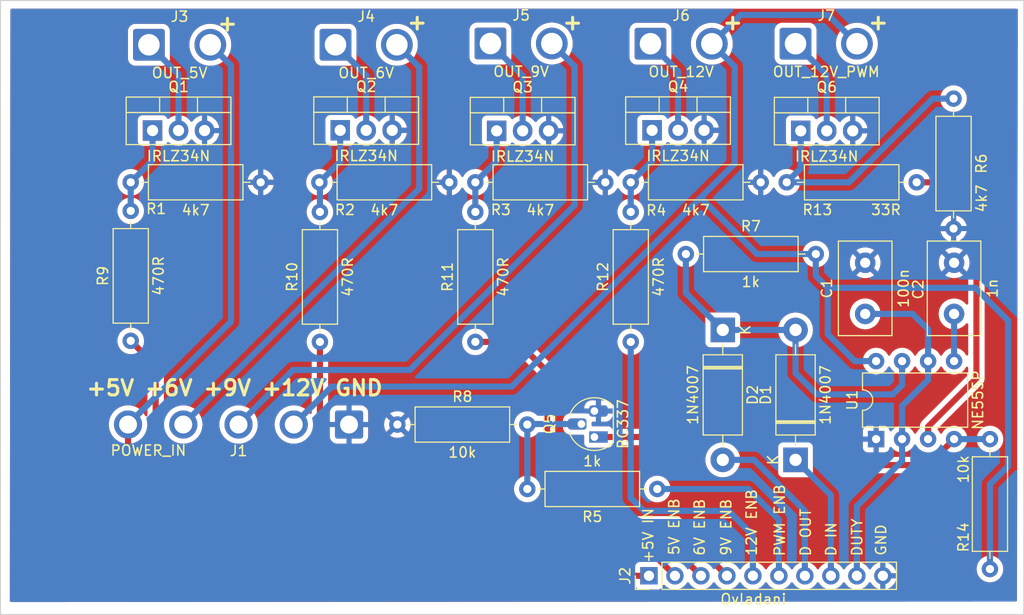
<source format=kicad_pcb>
(kicad_pcb (version 20240108) (generator "pcbnew") (generator_version "8.0")
  (title_block (title "Astrobox") (date "2024-04-13") (rev "1"))
  (layers (0 "F.Cu" signal) (31 "B.Cu" signal) (34 "B.Paste" user) (35 "F.Paste" user) (36 "B.SilkS" user "B.Silkscreen") (37 "F.SilkS" user "F.Silkscreen") (38 "B.Mask" user) (39 "F.Mask" user) (44 "Edge.Cuts" user))
  (net 0 "")
  (net 1 "+12V")
  (net 2 "GND")
  (net 3 "/ADJ")
  (net 4 "Net-(U1-CV)")
  (net 5 "/D1")
  (net 6 "/D2")
  (net 7 "+6V")
  (net 8 "+9V")
  (net 9 "/5V")
  (net 10 "/9V")
  (net 11 "+5V")
  (net 12 "/6V")
  (net 13 "/12V")
  (net 14 "Net-(J3-Pin_1)")
  (net 15 "Net-(J4-Pin_1)")
  (net 16 "Net-(J5-Pin_1)")
  (net 17 "Net-(J6-Pin_1)")
  (net 18 "Net-(J7-Pin_1)")
  (net 19 "Net-(D1-A)")
  (net 20 "Net-(Q5-C)")
  (net 21 "Net-(Q5-B)")
  (net 22 "Net-(Q6-G)")
  (net 23 "/PWM")
  (net 24 "Net-(Q1-G)")
  (net 25 "Net-(Q2-G)")
  (net 26 "Net-(Q3-G)")
  (net 27 "Net-(Q4-G)")
  (net 28 "Net-(U1-Q)")
  (footprint "Connector_Wire:SolderWire-1.5sqmm_1x02_P6mm_D1.7mm_OD3mm" (layer "F.Cu") (at 147.8788 54.2036)
    (property "Reference" "J5" (at 3 -2.75 0) (layer "F.SilkS"))
    (property "Value" "OUT_9V" (at 3 2.75 0) (layer "F.SilkS"))
    (pad "1" thru_hole roundrect (at 0 0) (size 3.1 3.1) (drill 2.1) (layers "*.Cu" "*.Mask") (roundrect_rratio 0.080645) (net 16 "Net-(J5-Pin_1)"))
    (pad "2" thru_hole circle (at 6 0) (size 3.1 3.1) (drill 2.1) (layers "*.Cu" "*.Mask") (net 8 "+9V"))
  )
  (footprint "Resistor_THT:R_Axial_DIN0309_L9.0mm_D3.2mm_P12.70mm_Horizontal" (layer "F.Cu") (at 196.6976 92.8624 -90)
    (property "Reference" "R14" (at 9.6012 2.5908 90) (layer "F.SilkS"))
    (property "Value" "10k" (at 2.9464 2.5908 90) (layer "F.SilkS"))
    (fp_line (start 1.73 1.72) (end 10.97 1.72) (stroke (width 0.12)) (layer "F.SilkS"))
    (fp_line (start 10.97 1.72) (end 10.97 -1.72) (stroke (width 0.12)) (layer "F.SilkS"))
    (fp_line (start 1.04 0) (end 1.73 0) (stroke (width 0.12)) (layer "F.SilkS"))
    (fp_line (start 11.66 0) (end 10.97 0) (stroke (width 0.12)) (layer "F.SilkS"))
    (fp_line (start 1.73 -1.72) (end 1.73 1.72) (stroke (width 0.12)) (layer "F.SilkS"))
    (fp_line (start 10.97 -1.72) (end 1.73 -1.72) (stroke (width 0.12)) (layer "F.SilkS"))
    (pad "1" thru_hole circle (at 0 0 270) (size 1.6 1.6) (drill 0.8) (layers "*.Cu" "*.Mask") (net 20 "Net-(Q5-C)"))
    (pad "2" thru_hole oval (at 12.7 0 270) (size 1.6 1.6) (drill 0.8) (layers "*.Cu" "*.Mask") (net 1 "+12V"))
  )
  (footprint "Connector_Wire:SolderWire-1.5sqmm_1x02_P6mm_D1.7mm_OD3mm" (layer "F.Cu") (at 163.5196 54.2238)
    (property "Reference" "J6" (at 3 -2.75 0) (layer "F.SilkS"))
    (property "Value" "OUT_12V" (at 3 2.75 0) (layer "F.SilkS"))
    (pad "1" thru_hole roundrect (at 0 0) (size 3.1 3.1) (drill 2.1) (layers "*.Cu" "*.Mask") (roundrect_rratio 0.080645) (net 17 "Net-(J6-Pin_1)"))
    (pad "2" thru_hole circle (at 6 0) (size 3.1 3.1) (drill 2.1) (layers "*.Cu" "*.Mask") (net 1 "+12V"))
  )
  (footprint "Package_TO_SOT_THT:TO-220-3_Vertical" (layer "F.Cu") (at 114.8588 62.7074)
    (property "Reference" "Q1" (at 2.54 -4.27 0) (layer "F.SilkS"))
    (property "Value" "IRLZ34N" (at 2.54 2.5 0) (layer "F.SilkS"))
    (fp_line (start -2.58 -3.27) (end -2.58 1.371) (stroke (width 0.12)) (layer "F.SilkS"))
    (fp_line (start -2.58 -3.27) (end 7.66 -3.27) (stroke (width 0.12)) (layer "F.SilkS"))
    (fp_line (start -2.58 -1.76) (end 7.66 -1.76) (stroke (width 0.12)) (layer "F.SilkS"))
    (fp_line (start -2.58 1.371) (end 7.66 1.371) (stroke (width 0.12)) (layer "F.SilkS"))
    (fp_line (start 0.69 -3.27) (end 0.69 -1.76) (stroke (width 0.12)) (layer "F.SilkS"))
    (fp_line (start 4.391 -3.27) (end 4.391 -1.76) (stroke (width 0.12)) (layer "F.SilkS"))
    (fp_line (start 7.66 -3.27) (end 7.66 1.371) (stroke (width 0.12)) (layer "F.SilkS"))
    (pad "1" thru_hole rect (at 0 0) (size 1.905 2) (drill 1.1) (layers "*.Cu" "*.Mask") (net 24 "Net-(Q1-G)"))
    (pad "2" thru_hole oval (at 2.54 0) (size 1.905 2) (drill 1.1) (layers "*.Cu" "*.Mask") (net 14 "Net-(J3-Pin_1)"))
    (pad "3" thru_hole oval (at 5.08 0) (size 1.905 2) (drill 1.1) (layers "*.Cu" "*.Mask") (net 2 "GND"))
  )
  (footprint "Connector_Wire:SolderWire-1.5sqmm_1x02_P6mm_D1.7mm_OD3mm" (layer "F.Cu") (at 132.7376 54.3254)
    (property "Reference" "J4" (at 3 -2.75 0) (layer "F.SilkS"))
    (property "Value" "OUT_6V" (at 3 2.75 0) (layer "F.SilkS"))
    (pad "1" thru_hole roundrect (at 0 0) (size 3.1 3.1) (drill 2.1) (layers "*.Cu" "*.Mask") (roundrect_rratio 0.080645) (net 15 "Net-(J4-Pin_1)"))
    (pad "2" thru_hole circle (at 6 0) (size 3.1 3.1) (drill 2.1) (layers "*.Cu" "*.Mask") (net 7 "+6V"))
  )
  (footprint "Resistor_THT:R_Axial_DIN0309_L9.0mm_D3.2mm_P12.70mm_Horizontal" (layer "F.Cu") (at 166.9796 74.7776)
    (property "Reference" "R7" (at 6.35 -2.72 0) (layer "F.SilkS"))
    (property "Value" "1k" (at 6.35 2.72 0) (layer "F.SilkS"))
    (fp_line (start 1.04 0) (end 1.73 0) (stroke (width 0.12)) (layer "F.SilkS"))
    (fp_line (start 1.73 -1.72) (end 1.73 1.72) (stroke (width 0.12)) (layer "F.SilkS"))
    (fp_line (start 1.73 1.72) (end 10.97 1.72) (stroke (width 0.12)) (layer "F.SilkS"))
    (fp_line (start 10.97 -1.72) (end 1.73 -1.72) (stroke (width 0.12)) (layer "F.SilkS"))
    (fp_line (start 10.97 1.72) (end 10.97 -1.72) (stroke (width 0.12)) (layer "F.SilkS"))
    (fp_line (start 11.66 0) (end 10.97 0) (stroke (width 0.12)) (layer "F.SilkS"))
    (pad "1" thru_hole circle (at 0 0) (size 1.6 1.6) (drill 0.8) (layers "*.Cu" "*.Mask") (net 19 "Net-(D1-A)"))
    (pad "2" thru_hole oval (at 12.7 0) (size 1.6 1.6) (drill 0.8) (layers "*.Cu" "*.Mask") (net 1 "+12V"))
  )
  (footprint "Package_TO_SOT_THT:TO-220-3_Vertical" (layer "F.Cu") (at 133.1976 62.6872)
    (property "Reference" "Q2" (at 2.54 -4.27 0) (layer "F.SilkS"))
    (property "Value" "IRLZ34N" (at 2.54 2.5 0) (layer "F.SilkS"))
    (fp_line (start -2.58 -3.27) (end -2.58 1.371) (stroke (width 0.12)) (layer "F.SilkS"))
    (fp_line (start -2.58 -3.27) (end 7.66 -3.27) (stroke (width 0.12)) (layer "F.SilkS"))
    (fp_line (start -2.58 -1.76) (end 7.66 -1.76) (stroke (width 0.12)) (layer "F.SilkS"))
    (fp_line (start -2.58 1.371) (end 7.66 1.371) (stroke (width 0.12)) (layer "F.SilkS"))
    (fp_line (start 0.69 -3.27) (end 0.69 -1.76) (stroke (width 0.12)) (layer "F.SilkS"))
    (fp_line (start 4.391 -3.27) (end 4.391 -1.76) (stroke (width 0.12)) (layer "F.SilkS"))
    (fp_line (start 7.66 -3.27) (end 7.66 1.371) (stroke (width 0.12)) (layer "F.SilkS"))
    (pad "1" thru_hole rect (at 0 0) (size 1.905 2) (drill 1.1) (layers "*.Cu" "*.Mask") (net 25 "Net-(Q2-G)"))
    (pad "2" thru_hole oval (at 2.54 0) (size 1.905 2) (drill 1.1) (layers "*.Cu" "*.Mask") (net 15 "Net-(J4-Pin_1)"))
    (pad "3" thru_hole oval (at 5.08 0) (size 1.905 2) (drill 1.1) (layers "*.Cu" "*.Mask") (net 2 "GND"))
  )
  (footprint "Package_DIP:DIP-8_W7.62mm" (layer "F.Cu") (at 185.5724 92.8624 90)
    (property "Reference" "U1" (at 3.81 -2.33 90) (layer "F.SilkS"))
    (property "Value" "NE555P" (at 3.81 9.95 90) (layer "F.SilkS"))
    (fp_line (start 6.46 -1.33) (end 4.81 -1.33) (stroke (width 0.12)) (layer "F.SilkS"))
    (fp_line (start 2.81 -1.33) (end 1.16 -1.33) (stroke (width 0.12)) (layer "F.SilkS"))
    (fp_line (start 1.16 -1.33) (end 1.16 8.95) (stroke (width 0.12)) (layer "F.SilkS"))
    (fp_line (start 6.46 8.95) (end 6.46 -1.33) (stroke (width 0.12)) (layer "F.SilkS"))
    (fp_line (start 1.16 8.95) (end 6.46 8.95) (stroke (width 0.12)) (layer "F.SilkS"))
    (fp_arc (start 4.81 -1.33) (mid 3.81 -0.33) (end 2.81 -1.33) (stroke (width 0.12)) (layer "F.SilkS"))
    (pad "1" thru_hole rect (at 0 0 90) (size 1.6 1.6) (drill 0.8) (layers "*.Cu" "*.Mask") (net 2 "GND"))
    (pad "2" thru_hole oval (at 0 2.54 90) (size 1.6 1.6) (drill 0.8) (layers "*.Cu" "*.Mask") (net 3 "/ADJ"))
    (pad "3" thru_hole oval (at 0 5.08 90) (size 1.6 1.6) (drill 0.8) (layers "*.Cu" "*.Mask") (net 28 "Net-(U1-Q)"))
    (pad "4" thru_hole oval (at 0 7.62 90) (size 1.6 1.6) (drill 0.8) (layers "*.Cu" "*.Mask") (net 20 "Net-(Q5-C)"))
    (pad "5" thru_hole oval (at 7.62 7.62 90) (size 1.6 1.6) (drill 0.8) (layers "*.Cu" "*.Mask") (net 4 "Net-(U1-CV)"))
    (pad "6" thru_hole oval (at 7.62 5.08 90) (size 1.6 1.6) (drill 0.8) (layers "*.Cu" "*.Mask") (net 3 "/ADJ"))
    (pad "7" thru_hole oval (at 7.62 2.54 90) (size 1.6 1.6) (drill 0.8) (layers "*.Cu" "*.Mask") (net 19 "Net-(D1-A)"))
    (pad "8" thru_hole oval (at 7.62 0 90) (size 1.6 1.6) (drill 0.8) (layers "*.Cu" "*.Mask") (net 1 "+12V"))
  )
  (footprint "Connector_Wire:SolderWire-1.5sqmm_1x02_P6mm_D1.7mm_OD3mm" (layer "F.Cu") (at 177.6984 54.2238)
    (property "Reference" "J7" (at 3 -2.75 0) (layer "F.SilkS"))
    (property "Value" "OUT_12V_PWM" (at 3 2.75 0) (layer "F.SilkS"))
    (pad "1" thru_hole roundrect (at 0 0) (size 3.1 3.1) (drill 2.1) (layers "*.Cu" "*.Mask") (roundrect_rratio 0.080645) (net 18 "Net-(J7-Pin_1)"))
    (pad "2" thru_hole circle (at 6 0) (size 3.1 3.1) (drill 2.1) (layers "*.Cu" "*.Mask") (net 1 "+12V"))
  )
  (footprint "Diode_THT:D_DO-15_P12.70mm_Horizontal" (layer "F.Cu") (at 177.6984 94.8944 90)
    (property "Reference" "D1" (at 6.35 -2.92 90) (layer "F.SilkS"))
    (property "Value" "1N4007" (at 6.35 2.92 90) (layer "F.SilkS"))
    (fp_line (start 10.27 -1.92) (end 2.43 -1.92) (stroke (width 0.12)) (layer "F.SilkS"))
    (fp_line (start 3.81 -1.92) (end 3.81 1.92) (stroke (width 0.12)) (layer "F.SilkS"))
    (fp_line (start 3.69 -1.92) (end 3.69 1.92) (stroke (width 0.12)) (layer "F.SilkS"))
    (fp_line (start 3.57 -1.92) (end 3.57 1.92) (stroke (width 0.12)) (layer "F.SilkS"))
    (fp_line (start 2.43 -1.92) (end 2.43 1.92) (stroke (width 0.12)) (layer "F.SilkS"))
    (fp_line (start 11.26 0) (end 10.27 0) (stroke (width 0.12)) (layer "F.SilkS"))
    (fp_line (start 1.44 0) (end 2.43 0) (stroke (width 0.12)) (layer "F.SilkS"))
    (fp_line (start 10.27 1.92) (end 10.27 -1.92) (stroke (width 0.12)) (layer "F.SilkS"))
    (fp_line (start 2.43 1.92) (end 10.27 1.92) (stroke (width 0.12)) (layer "F.SilkS"))
    (fp_text user "K" (at 0 -2.2 90) (layer "F.SilkS"))
    (pad "1" thru_hole rect (at 0 0 90) (size 2.4 2.4) (drill 1.2) (layers "*.Cu" "*.Mask") (net 5 "/D1"))
    (pad "2" thru_hole oval (at 12.7 0 90) (size 2.4 2.4) (drill 1.2) (layers "*.Cu" "*.Mask") (net 19 "Net-(D1-A)"))
  )
  (footprint "Connector_PinHeader_2.54mm:PinHeader_1x10_P2.54mm_Vertical" (layer "F.Cu") (at 163.3728 106.2228 90)
    (property "Reference" "J2" (at 0 -2.33 90) (layer "F.SilkS"))
    (property "Value" "Ovladani" (at -2.286 10.2108 180) (layer "F.SilkS"))
    (fp_line (start -1.33 -1.33) (end 0 -1.33) (stroke (width 0.12)) (layer "F.SilkS"))
    (fp_line (start -1.33 0) (end -1.33 -1.33) (stroke (width 0.12)) (layer "F.SilkS"))
    (fp_line (start 1.33 1.27) (end 1.33 24.19) (stroke (width 0.12)) (layer "F.SilkS"))
    (fp_line (start -1.33 1.27) (end 1.33 1.27) (stroke (width 0.12)) (layer "F.SilkS"))
    (fp_line (start -1.33 1.27) (end -1.33 24.19) (stroke (width 0.12)) (layer "F.SilkS"))
    (fp_line (start -1.33 24.19) (end 1.33 24.19) (stroke (width 0.12)) (layer "F.SilkS"))
    (pad "1" thru_hole rect (at 0 0 90) (size 1.7 1.7) (drill 1) (layers "*.Cu" "*.Mask") (net 11 "+5V"))
    (pad "2" thru_hole oval (at 0 2.54 90) (size 1.7 1.7) (drill 1) (layers "*.Cu" "*.Mask") (net 9 "/5V"))
    (pad "3" thru_hole oval (at 0 5.08 90) (size 1.7 1.7) (drill 1) (layers "*.Cu" "*.Mask") (net 12 "/6V"))
    (pad "4" thru_hole oval (at 0 7.62 90) (size 1.7 1.7) (drill 1) (layers "*.Cu" "*.Mask") (net 10 "/9V"))
    (pad "5" thru_hole oval (at 0 10.16 90) (size 1.7 1.7) (drill 1) (layers "*.Cu" "*.Mask") (net 13 "/12V"))
    (pad "6" thru_hole oval (at 0 12.7 90) (size 1.7 1.7) (drill 1) (layers "*.Cu" "*.Mask") (net 23 "/PWM"))
    (pad "7" thru_hole oval (at 0 15.24 90) (size 1.7 1.7) (drill 1) (layers "*.Cu" "*.Mask") (net 6 "/D2"))
    (pad "8" thru_hole oval (at 0 17.78 90) (size 1.7 1.7) (drill 1) (layers "*.Cu" "*.Mask") (net 5 "/D1"))
    (pad "9" thru_hole oval (at 0 20.32 90) (size 1.7 1.7) (drill 1) (layers "*.Cu" "*.Mask") (net 3 "/ADJ"))
    (pad "10" thru_hole oval (at 0 22.86 90) (size 1.7 1.7) (drill 1) (layers "*.Cu" "*.Mask") (net 2 "GND"))
  )
  (footprint "Resistor_THT:R_Axial_DIN0309_L9.0mm_D3.2mm_P12.70mm_Horizontal" (layer "F.Cu") (at 161.5948 67.7672)
    (property "Reference" "R4" (at 2.4892 2.7432 0) (layer "F.SilkS"))
    (property "Value" "4k7" (at 6.35 2.72 0) (layer "F.SilkS"))
    (fp_line (start 1.04 0) (end 1.73 0) (stroke (width 0.12)) (layer "F.SilkS"))
    (fp_line (start 1.73 -1.72) (end 1.73 1.72) (stroke (width 0.12)) (layer "F.SilkS"))
    (fp_line (start 1.73 1.72) (end 10.97 1.72) (stroke (width 0.12)) (layer "F.SilkS"))
    (fp_line (start 10.97 -1.72) (end 1.73 -1.72) (stroke (width 0.12)) (layer "F.SilkS"))
    (fp_line (start 10.97 1.72) (end 10.97 -1.72) (stroke (width 0.12)) (layer "F.SilkS"))
    (fp_line (start 11.66 0) (end 10.97 0) (stroke (width 0.12)) (layer "F.SilkS"))
    (pad "1" thru_hole circle (at 0 0) (size 1.6 1.6) (drill 0.8) (layers "*.Cu" "*.Mask") (net 27 "Net-(Q4-G)"))
    (pad "2" thru_hole oval (at 12.7 0) (size 1.6 1.6) (drill 0.8) (layers "*.Cu" "*.Mask") (net 2 "GND"))
  )
  (footprint "Resistor_THT:R_Axial_DIN0309_L9.0mm_D3.2mm_P12.70mm_Horizontal" (layer "F.Cu") (at 146.4056 67.7672)
    (property "Reference" "R3" (at 2.4892 2.6924 0) (layer "F.SilkS"))
    (property "Value" "4k7" (at 6.35 2.72 0) (layer "F.SilkS"))
    (fp_line (start 1.04 0) (end 1.73 0) (stroke (width 0.12)) (layer "F.SilkS"))
    (fp_line (start 1.73 -1.72) (end 1.73 1.72) (stroke (width 0.12)) (layer "F.SilkS"))
    (fp_line (start 1.73 1.72) (end 10.97 1.72) (stroke (width 0.12)) (layer "F.SilkS"))
    (fp_line (start 10.97 -1.72) (end 1.73 -1.72) (stroke (width 0.12)) (layer "F.SilkS"))
    (fp_line (start 10.97 1.72) (end 10.97 -1.72) (stroke (width 0.12)) (layer "F.SilkS"))
    (fp_line (start 11.66 0) (end 10.97 0) (stroke (width 0.12)) (layer "F.SilkS"))
    (pad "1" thru_hole circle (at 0 0) (size 1.6 1.6) (drill 0.8) (layers "*.Cu" "*.Mask") (net 26 "Net-(Q3-G)"))
    (pad "2" thru_hole oval (at 12.7 0) (size 1.6 1.6) (drill 0.8) (layers "*.Cu" "*.Mask") (net 2 "GND"))
  )
  (footprint "Package_TO_SOT_THT:TO-220-3_Vertical" (layer "F.Cu") (at 178.2064 62.738)
    (property "Reference" "Q6" (at 2.54 -4.27 0) (layer "F.SilkS"))
    (property "Value" "IRLZ34N" (at 2.54 2.5 0) (layer "F.SilkS"))
    (fp_line (start -2.58 -3.27) (end -2.58 1.371) (stroke (width 0.12)) (layer "F.SilkS"))
    (fp_line (start -2.58 -3.27) (end 7.66 -3.27) (stroke (width 0.12)) (layer "F.SilkS"))
    (fp_line (start -2.58 -1.76) (end 7.66 -1.76) (stroke (width 0.12)) (layer "F.SilkS"))
    (fp_line (start -2.58 1.371) (end 7.66 1.371) (stroke (width 0.12)) (layer "F.SilkS"))
    (fp_line (start 0.69 -3.27) (end 0.69 -1.76) (stroke (width 0.12)) (layer "F.SilkS"))
    (fp_line (start 4.391 -3.27) (end 4.391 -1.76) (stroke (width 0.12)) (layer "F.SilkS"))
    (fp_line (start 7.66 -3.27) (end 7.66 1.371) (stroke (width 0.12)) (layer "F.SilkS"))
    (pad "1" thru_hole rect (at 0 0) (size 1.905 2) (drill 1.1) (layers "*.Cu" "*.Mask") (net 22 "Net-(Q6-G)"))
    (pad "2" thru_hole oval (at 2.54 0) (size 1.905 2) (drill 1.1) (layers "*.Cu" "*.Mask") (net 18 "Net-(J7-Pin_1)"))
    (pad "3" thru_hole oval (at 5.08 0) (size 1.905 2) (drill 1.1) (layers "*.Cu" "*.Mask") (net 2 "GND"))
  )
  (footprint "Resistor_THT:R_Axial_DIN0309_L9.0mm_D3.2mm_P12.70mm_Horizontal" (layer "F.Cu") (at 164.1856 97.7392 180)
    (property "Reference" "R5" (at 6.35 -2.72 0) (layer "F.SilkS"))
    (property "Value" "1k" (at 6.35 2.72 0) (layer "F.SilkS"))
    (fp_line (start 11.66 0) (end 10.97 0) (stroke (width 0.12)) (layer "F.SilkS"))
    (fp_line (start 10.97 1.72) (end 10.97 -1.72) (stroke (width 0.12)) (layer "F.SilkS"))
    (fp_line (start 10.97 -1.72) (end 1.73 -1.72) (stroke (width 0.12)) (layer "F.SilkS"))
    (fp_line (start 1.73 1.72) (end 10.97 1.72) (stroke (width 0.12)) (layer "F.SilkS"))
    (fp_line (start 1.73 -1.72) (end 1.73 1.72) (stroke (width 0.12)) (layer "F.SilkS"))
    (fp_line (start 1.04 0) (end 1.73 0) (stroke (width 0.12)) (layer "F.SilkS"))
    (pad "1" thru_hole circle (at 0 0 180) (size 1.6 1.6) (drill 0.8) (layers "*.Cu" "*.Mask") (net 23 "/PWM"))
    (pad "2" thru_hole oval (at 12.7 0 180) (size 1.6 1.6) (drill 0.8) (layers "*.Cu" "*.Mask") (net 21 "Net-(Q5-B)"))
  )
  (footprint "Resistor_THT:R_Axial_DIN0309_L9.0mm_D3.2mm_P12.70mm_Horizontal" (layer "F.Cu") (at 161.5948 83.3628 90)
    (property "Reference" "R12" (at 6.35 -2.72 90) (layer "F.SilkS"))
    (property "Value" "470R" (at 6.35 2.72 90) (layer "F.SilkS"))
    (fp_line (start 10.97 -1.72) (end 1.73 -1.72) (stroke (width 0.12)) (layer "F.SilkS"))
    (fp_line (start 1.73 -1.72) (end 1.73 1.72) (stroke (width 0.12)) (layer "F.SilkS"))
    (fp_line (start 11.66 0) (end 10.97 0) (stroke (width 0.12)) (layer "F.SilkS"))
    (fp_line (start 1.04 0) (end 1.73 0) (stroke (width 0.12)) (layer "F.SilkS"))
    (fp_line (start 10.97 1.72) (end 10.97 -1.72) (stroke (width 0.12)) (layer "F.SilkS"))
    (fp_line (start 1.73 1.72) (end 10.97 1.72) (stroke (width 0.12)) (layer "F.SilkS"))
    (pad "1" thru_hole circle (at 0 0 90) (size 1.6 1.6) (drill 0.8) (layers "*.Cu" "*.Mask") (net 13 "/12V"))
    (pad "2" thru_hole oval (at 12.7 0 90) (size 1.6 1.6) (drill 0.8) (layers "*.Cu" "*.Mask") (net 27 "Net-(Q4-G)"))
  )
  (footprint "Resistor_THT:R_Axial_DIN0309_L9.0mm_D3.2mm_P12.70mm_Horizontal" (layer "F.Cu") (at 112.7252 67.7672)
    (property "Reference" "R1" (at 2.4892 2.5908 0) (layer "F.SilkS"))
    (property "Value" "4k7" (at 6.35 2.72 0) (layer "F.SilkS"))
    (fp_line (start 1.04 0) (end 1.73 0) (stroke (width 0.12)) (layer "F.SilkS"))
    (fp_line (start 1.73 -1.72) (end 1.73 1.72) (stroke (width 0.12)) (layer "F.SilkS"))
    (fp_line (start 1.73 1.72) (end 10.97 1.72) (stroke (width 0.12)) (layer "F.SilkS"))
    (fp_line (start 10.97 -1.72) (end 1.73 -1.72) (stroke (width 0.12)) (layer "F.SilkS"))
    (fp_line (start 10.97 1.72) (end 10.97 -1.72) (stroke (width 0.12)) (layer "F.SilkS"))
    (fp_line (start 11.66 0) (end 10.97 0) (stroke (width 0.12)) (layer "F.SilkS"))
    (pad "1" thru_hole circle (at 0 0) (size 1.6 1.6) (drill 0.8) (layers "*.Cu" "*.Mask") (net 24 "Net-(Q1-G)"))
    (pad "2" thru_hole oval (at 12.7 0) (size 1.6 1.6) (drill 0.8) (layers "*.Cu" "*.Mask") (net 2 "GND"))
  )
  (footprint "Resistor_THT:R_Axial_DIN0309_L9.0mm_D3.2mm_P12.70mm_Horizontal" (layer "F.Cu") (at 146.4056 83.3628 90)
    (property "Reference" "R11" (at 6.35 -2.72 90) (layer "F.SilkS"))
    (property "Value" "470R" (at 6.35 2.72 90) (layer "F.SilkS"))
    (fp_line (start 10.97 -1.72) (end 1.73 -1.72) (stroke (width 0.12)) (layer "F.SilkS"))
    (fp_line (start 1.73 -1.72) (end 1.73 1.72) (stroke (width 0.12)) (layer "F.SilkS"))
    (fp_line (start 11.66 0) (end 10.97 0) (stroke (width 0.12)) (layer "F.SilkS"))
    (fp_line (start 1.04 0) (end 1.73 0) (stroke (width 0.12)) (layer "F.SilkS"))
    (fp_line (start 10.97 1.72) (end 10.97 -1.72) (stroke (width 0.12)) (layer "F.SilkS"))
    (fp_line (start 1.73 1.72) (end 10.97 1.72) (stroke (width 0.12)) (layer "F.SilkS"))
    (pad "1" thru_hole circle (at 0 0 90) (size 1.6 1.6) (drill 0.8) (layers "*.Cu" "*.Mask") (net 10 "/9V"))
    (pad "2" thru_hole oval (at 12.7 0 90) (size 1.6 1.6) (drill 0.8) (layers "*.Cu" "*.Mask") (net 26 "Net-(Q3-G)"))
  )
  (footprint "Capacitor_THT:C_Disc_D9.0mm_W5.0mm_P5.00mm" (layer "F.Cu") (at 184.5056 80.6304 90)
    (property "Reference" "C1" (at 2.5 -3.75 90) (layer "F.SilkS"))
    (property "Value" "100n" (at 2.5 3.75 90) (layer "F.SilkS"))
    (fp_line (start 7.12 -2.62) (end 7.12 2.62) (stroke (width 0.12)) (layer "F.SilkS"))
    (fp_line (start -2.12 -2.62) (end 7.12 -2.62) (stroke (width 0.12)) (layer "F.SilkS"))
    (fp_line (start -2.12 -2.62) (end -2.12 2.62) (stroke (width 0.12)) (layer "F.SilkS"))
    (fp_line (start -2.12 2.62) (end 7.12 2.62) (stroke (width 0.12)) (layer "F.SilkS"))
    (pad "1" thru_hole circle (at 0 0 90) (size 2 2) (drill 1) (layers "*.Cu" "*.Mask") (net 3 "/ADJ"))
    (pad "2" thru_hole circle (at 5 0 90) (size 2 2) (drill 1) (layers "*.Cu" "*.Mask") (net 2 "GND"))
  )
  (footprint "Diode_THT:D_DO-15_P12.70mm_Horizontal" (layer "F.Cu") (at 170.5864 82.1944 -90)
    (property "Reference" "D2" (at 6.35 -2.92 90) (layer "F.SilkS"))
    (property "Value" "1N4007" (at 6.35 2.92 90) (layer "F.SilkS"))
    (fp_line (start 2.43 1.92) (end 10.27 1.92) (stroke (width 0.12)) (layer "F.SilkS"))
    (fp_line (start 10.27 1.92) (end 10.27 -1.92) (stroke (width 0.12)) (layer "F.SilkS"))
    (fp_line (start 1.44 0) (end 2.43 0) (stroke (width 0.12)) (layer "F.SilkS"))
    (fp_line (start 11.26 0) (end 10.27 0) (stroke (width 0.12)) (layer "F.SilkS"))
    (fp_line (start 2.43 -1.92) (end 2.43 1.92) (stroke (width 0.12)) (layer "F.SilkS"))
    (fp_line (start 3.57 -1.92) (end 3.57 1.92) (stroke (width 0.12)) (layer "F.SilkS"))
    (fp_line (start 3.69 -1.92) (end 3.69 1.92) (stroke (width 0.12)) (layer "F.SilkS"))
    (fp_line (start 3.81 -1.92) (end 3.81 1.92) (stroke (width 0.12)) (layer "F.SilkS"))
    (fp_line (start 10.27 -1.92) (end 2.43 -1.92) (stroke (width 0.12)) (layer "F.SilkS"))
    (fp_text user "K" (at 0 -2.2 90) (layer "F.SilkS"))
    (pad "1" thru_hole rect (at 0 0 270) (size 2.4 2.4) (drill 1.2) (layers "*.Cu" "*.Mask") (net 19 "Net-(D1-A)"))
    (pad "2" thru_hole oval (at 12.7 0 270) (size 2.4 2.4) (drill 1.2) (layers "*.Cu" "*.Mask") (net 6 "/D2"))
  )
  (footprint "Capacitor_THT:C_Disc_D9.0mm_W5.0mm_P5.00mm" (layer "F.Cu") (at 193.1924 80.6304 90)
    (property "Reference" "C2" (at 2.3984 -3.5052 90) (layer "F.SilkS"))
    (property "Value" "1n" (at 2.5 3.75 90) (layer "F.SilkS"))
    (fp_line (start 7.12 -2.62) (end 7.12 2.62) (stroke (width 0.12)) (layer "F.SilkS"))
    (fp_line (start -2.12 -2.62) (end 7.12 -2.62) (stroke (width 0.12)) (layer "F.SilkS"))
    (fp_line (start -2.12 -2.62) (end -2.12 2.62) (stroke (width 0.12)) (layer "F.SilkS"))
    (fp_line (start -2.12 2.62) (end 7.12 2.62) (stroke (width 0.12)) (layer "F.SilkS"))
    (pad "1" thru_hole circle (at 0 0 90) (size 2 2) (drill 1) (layers "*.Cu" "*.Mask") (net 4 "Net-(U1-CV)"))
    (pad "2" thru_hole circle (at 5 0 90) (size 2 2) (drill 1) (layers "*.Cu" "*.Mask") (net 2 "GND"))
  )
  (footprint "Package_TO_SOT_THT:TO-220-3_Vertical" (layer "F.Cu") (at 148.4884 62.738)
    (property "Reference" "Q3" (at 2.54 -4.27 0) (layer "F.SilkS"))
    (property "Value" "IRLZ34N" (at 2.54 2.5 0) (layer "F.SilkS"))
    (fp_line (start -2.58 -3.27) (end -2.58 1.371) (stroke (width 0.12)) (layer "F.SilkS"))
    (fp_line (start -2.58 -3.27) (end 7.66 -3.27) (stroke (width 0.12)) (layer "F.SilkS"))
    (fp_line (start -2.58 -1.76) (end 7.66 -1.76) (stroke (width 0.12)) (layer "F.SilkS"))
    (fp_line (start -2.58 1.371) (end 7.66 1.371) (stroke (width 0.12)) (layer "F.SilkS"))
    (fp_line (start 0.69 -3.27) (end 0.69 -1.76) (stroke (width 0.12)) (layer "F.SilkS"))
    (fp_line (start 4.391 -3.27) (end 4.391 -1.76) (stroke (width 0.12)) (layer "F.SilkS"))
    (fp_line (start 7.66 -3.27) (end 7.66 1.371) (stroke (width 0.12)) (layer "F.SilkS"))
    (pad "1" thru_hole rect (at 0 0) (size 1.905 2) (drill 1.1) (layers "*.Cu" "*.Mask") (net 26 "Net-(Q3-G)"))
    (pad "2" thru_hole oval (at 2.54 0) (size 1.905 2) (drill 1.1) (layers "*.Cu" "*.Mask") (net 16 "Net-(J5-Pin_1)"))
    (pad "3" thru_hole oval (at 5.08 0) (size 1.905 2) (drill 1.1) (layers "*.Cu" "*.Mask") (net 2 "GND"))
  )
  (footprint "Resistor_THT:R_Axial_DIN0309_L9.0mm_D3.2mm_P12.70mm_Horizontal" (layer "F.Cu") (at 131.2164 83.3628 90)
    (property "Reference" "R10" (at 6.35 -2.72 90) (layer "F.SilkS"))
    (property "Value" "470R" (at 6.35 2.72 90) (layer "F.SilkS"))
    (fp_line (start 10.97 -1.72) (end 1.73 -1.72) (stroke (width 0.12)) (layer "F.SilkS"))
    (fp_line (start 1.73 -1.72) (end 1.73 1.72) (stroke (width 0.12)) (layer "F.SilkS"))
    (fp_line (start 11.66 0) (end 10.97 0) (stroke (width 0.12)) (layer "F.SilkS"))
    (fp_line (start 1.04 0) (end 1.73 0) (stroke (width 0.12)) (layer "F.SilkS"))
    (fp_line (start 10.97 1.72) (end 10.97 -1.72) (stroke (width 0.12)) (layer "F.SilkS"))
    (fp_line (start 1.73 1.72) (end 10.97 1.72) (stroke (width 0.12)) (layer "F.SilkS"))
    (pad "1" thru_hole circle (at 0 0 90) (size 1.6 1.6) (drill 0.8) (layers "*.Cu" "*.Mask") (net 12 "/6V"))
    (pad "2" thru_hole oval (at 12.7 0 90) (size 1.6 1.6) (drill 0.8) (layers "*.Cu" "*.Mask") (net 25 "Net-(Q2-G)"))
  )
  (footprint "Resistor_THT:R_Axial_DIN0309_L9.0mm_D3.2mm_P12.70mm_Horizontal" (layer "F.Cu") (at 189.5348 67.7672 180)
    (property "Reference" "R13" (at 9.7028 -2.6924 0) (layer "F.SilkS"))
    (property "Value" "33R" (at 2.9972 -2.6924 0) (layer "F.SilkS"))
    (fp_line (start 11.66 0) (end 10.97 0) (stroke (width 0.12)) (layer "F.SilkS"))
    (fp_line (start 10.97 1.72) (end 10.97 -1.72) (stroke (width 0.12)) (layer "F.SilkS"))
    (fp_line (start 10.97 -1.72) (end 1.73 -1.72) (stroke (width 0.12)) (layer "F.SilkS"))
    (fp_line (start 1.73 1.72) (end 10.97 1.72) (stroke (width 0.12)) (layer "F.SilkS"))
    (fp_line (start 1.73 -1.72) (end 1.73 1.72) (stroke (width 0.12)) (layer "F.SilkS"))
    (fp_line (start 1.04 0) (end 1.73 0) (stroke (width 0.12)) (layer "F.SilkS"))
    (pad "1" thru_hole circle (at 0 0 180) (size 1.6 1.6) (drill 0.8) (layers "*.Cu" "*.Mask") (net 28 "Net-(U1-Q)"))
    (pad "2" thru_hole oval (at 12.7 0 180) (size 1.6 1.6) (drill 0.8) (layers "*.Cu" "*.Mask") (net 22 "Net-(Q6-G)"))
  )
  (footprint "Resistor_THT:R_Axial_DIN0309_L9.0mm_D3.2mm_P12.70mm_Horizontal" (layer "F.Cu") (at 112.7252 83.2612 90)
    (property "Reference" "R9" (at 6.35 -2.72 90) (layer "F.SilkS"))
    (property "Value" "470R" (at 6.35 2.72 90) (layer "F.SilkS"))
    (fp_line (start 10.97 -1.72) (end 1.73 -1.72) (stroke (width 0.12)) (layer "F.SilkS"))
    (fp_line (start 1.73 -1.72) (end 1.73 1.72) (stroke (width 0.12)) (layer "F.SilkS"))
    (fp_line (start 11.66 0) (end 10.97 0) (stroke (width 0.12)) (layer "F.SilkS"))
    (fp_line (start 1.04 0) (end 1.73 0) (stroke (width 0.12)) (layer "F.SilkS"))
    (fp_line (start 10.97 1.72) (end 10.97 -1.72) (stroke (width 0.12)) (layer "F.SilkS"))
    (fp_line (start 1.73 1.72) (end 10.97 1.72) (stroke (width 0.12)) (layer "F.SilkS"))
    (pad "1" thru_hole circle (at 0 0 90) (size 1.6 1.6) (drill 0.8) (layers "*.Cu" "*.Mask") (net 9 "/5V"))
    (pad "2" thru_hole oval (at 12.7 0 90) (size 1.6 1.6) (drill 0.8) (layers "*.Cu" "*.Mask") (net 24 "Net-(Q1-G)"))
  )
  (footprint "Resistor_THT:R_Axial_DIN0309_L9.0mm_D3.2mm_P12.70mm_Horizontal" (layer "F.Cu") (at 131.1656 67.7672)
    (property "Reference" "R2" (at 2.4892 2.6924 0) (layer "F.SilkS"))
    (property "Value" "4k7" (at 6.35 2.72 0) (layer "F.SilkS"))
    (fp_line (start 1.04 0) (end 1.73 0) (stroke (width 0.12)) (layer "F.SilkS"))
    (fp_line (start 1.73 -1.72) (end 1.73 1.72) (stroke (width 0.12)) (layer "F.SilkS"))
    (fp_line (start 1.73 1.72) (end 10.97 1.72) (stroke (width 0.12)) (layer "F.SilkS"))
    (fp_line (start 10.97 -1.72) (end 1.73 -1.72) (stroke (width 0.12)) (layer "F.SilkS"))
    (fp_line (start 10.97 1.72) (end 10.97 -1.72) (stroke (width 0.12)) (layer "F.SilkS"))
    (fp_line (start 11.66 0) (end 10.97 0) (stroke (width 0.12)) (layer "F.SilkS"))
    (pad "1" thru_hole circle (at 0 0) (size 1.6 1.6) (drill 0.8) (layers "*.Cu" "*.Mask") (net 25 "Net-(Q2-G)"))
    (pad "2" thru_hole oval (at 12.7 0) (size 1.6 1.6) (drill 0.8) (layers "*.Cu" "*.Mask") (net 2 "GND"))
  )
  (footprint "Package_TO_SOT_THT:TO-220-3_Vertical" (layer "F.Cu") (at 163.6776 62.6872)
    (property "Reference" "Q4" (at 2.54 -4.27 0) (layer "F.SilkS"))
    (property "Value" "IRLZ34N" (at 2.54 2.5 0) (layer "F.SilkS"))
    (fp_line (start -2.58 -3.27) (end -2.58 1.371) (stroke (width 0.12)) (layer "F.SilkS"))
    (fp_line (start -2.58 -3.27) (end 7.66 -3.27) (stroke (width 0.12)) (layer "F.SilkS"))
    (fp_line (start -2.58 -1.76) (end 7.66 -1.76) (stroke (width 0.12)) (layer "F.SilkS"))
    (fp_line (start -2.58 1.371) (end 7.66 1.371) (stroke (width 0.12)) (layer "F.SilkS"))
    (fp_line (start 0.69 -3.27) (end 0.69 -1.76) (stroke (width 0.12)) (layer "F.SilkS"))
    (fp_line (start 4.391 -3.27) (end 4.391 -1.76) (stroke (width 0.12)) (layer "F.SilkS"))
    (fp_line (start 7.66 -3.27) (end 7.66 1.371) (stroke (width 0.12)) (layer "F.SilkS"))
    (pad "1" thru_hole rect (at 0 0) (size 1.905 2) (drill 1.1) (layers "*.Cu" "*.Mask") (net 27 "Net-(Q4-G)"))
    (pad "2" thru_hole oval (at 2.54 0) (size 1.905 2) (drill 1.1) (layers "*.Cu" "*.Mask") (net 17 "Net-(J6-Pin_1)"))
    (pad "3" thru_hole oval (at 5.08 0) (size 1.905 2) (drill 1.1) (layers "*.Cu" "*.Mask") (net 2 "GND"))
  )
  (footprint "Resistor_THT:R_Axial_DIN0309_L9.0mm_D3.2mm_P12.70mm_Horizontal" (layer "F.Cu") (at 193.1416 59.5884 -90)
    (property "Reference" "R6" (at 6.35 -2.72 90) (layer "F.SilkS"))
    (property "Value" "4k7" (at 9.7536 -2.7432 90) (layer "F.SilkS"))
    (fp_line (start 1.73 1.72) (end 10.97 1.72) (stroke (width 0.12)) (layer "F.SilkS"))
    (fp_line (start 10.97 1.72) (end 10.97 -1.72) (stroke (width 0.12)) (layer "F.SilkS"))
    (fp_line (start 1.04 0) (end 1.73 0) (stroke (width 0.12)) (layer "F.SilkS"))
    (fp_line (start 11.66 0) (end 10.97 0) (stroke (width 0.12)) (layer "F.SilkS"))
    (fp_line (start 1.73 -1.72) (end 1.73 1.72) (stroke (width 0.12)) (layer "F.SilkS"))
    (fp_line (start 10.97 -1.72) (end 1.73 -1.72) (stroke (width 0.12)) (layer "F.SilkS"))
    (pad "1" thru_hole circle (at 0 0 270) (size 1.6 1.6) (drill 0.8) (layers "*.Cu" "*.Mask") (net 22 "Net-(Q6-G)"))
    (pad "2" thru_hole oval (at 12.7 0 270) (size 1.6 1.6) (drill 0.8) (layers "*.Cu" "*.Mask") (net 2 "GND"))
  )
  (footprint "Connector_Wire:SolderWire-1.5sqmm_1x02_P6mm_D1.7mm_OD3mm" (layer "F.Cu") (at 114.5032 54.3254)
    (property "Reference" "J3" (at 3 -2.75 0) (layer "F.SilkS"))
    (property "Value" "OUT_5V" (at 3 2.75 0) (layer "F.SilkS"))
    (pad "1" thru_hole roundrect (at 0 0) (size 3.1 3.1) (drill 2.1) (layers "*.Cu" "*.Mask") (roundrect_rratio 0.080645) (net 14 "Net-(J3-Pin_1)"))
    (pad "2" thru_hole circle (at 6 0) (size 3.1 3.1) (drill 2.1) (layers "*.Cu" "*.Mask") (net 11 "+5V"))
  )
  (footprint "Connector_Wire:SolderWire-1sqmm_1x05_P5.4mm_D1.4mm_OD2.7mm" (layer "F.Cu") (at 134.0612 91.44 180)
    (property "Reference" "J1" (at 10.8 -2.58 0) (layer "F.SilkS"))
    (property "Value" "POWER_IN" (at 19.6088 -2.54 0) (layer "F.SilkS"))
    (pad "1" thru_hole roundrect (at 0 0 180) (size 2.75 2.75) (drill 1.75) (layers "*.Cu" "*.Mask") (roundrect_rratio 0.090909) (net 2 "GND"))
    (pad "2" thru_hole circle (at 5.4 0 180) (size 2.75 2.75) (drill 1.75) (layers "*.Cu" "*.Mask") (net 1 "+12V"))
    (pad "3" thru_hole circle (at 10.8 0 180) (size 2.75 2.75) (drill 1.75) (layers "*.Cu" "*.Mask") (net 8 "+9V"))
    (pad "4" thru_hole circle (at 16.2 0 180) (size 2.75 2.75) (drill 1.75) (layers "*.Cu" "*.Mask") (net 7 "+6V"))
    (pad "5" thru_hole circle (at 21.6 0 180) (size 2.75 2.75) (drill 1.75) (layers "*.Cu" "*.Mask") (net 11 "+5V"))
  )
  (footprint "Package_TO_SOT_THT:TO-92_HandSolder" (layer "F.Cu") (at 158.0388 92.6592 90)
    (property "Reference" "Q5" (at 1.27 -4.4 90) (layer "F.SilkS"))
    (property "Value" "BC337" (at 1.27 2.79 90) (layer "F.SilkS"))
    (fp_line (start -0.53 1.85) (end 3.07 1.85) (stroke (width 0.12)) (layer "F.SilkS"))
    (fp_arc (start 2.05 -2.45) (mid 3.769931 -0.601036) (end 3.078445 1.827684) (stroke (width 0.12)) (layer "F.SilkS"))
    (fp_arc (start -0.541875 1.841741) (mid -1.247231 -0.581764) (end 0.45 -2.45) (stroke (width 0.12)) (layer "F.SilkS"))
    (pad "1" thru_hole rect (at 0 0 90) (size 1.1 1.8) (drill 0.75 (offset 0 0.4)) (layers "*.Cu" "*.Mask") (net 20 "Net-(Q5-C)"))
    (pad "2" thru_hole roundrect (at 1.27 -1.27 90) (size 1.1 1.8) (drill 0.75 (offset 0 -0.4)) (layers "*.Cu" "*.Mask") (net 21 "Net-(Q5-B)"))
    (pad "3" thru_hole roundrect (at 2.54 0 90) (size 1.1 1.8) (drill 0.75 (offset 0 0.4)) (layers "*.Cu" "*.Mask") (net 2 "GND"))
  )
  (footprint "Resistor_THT:R_Axial_DIN0309_L9.0mm_D3.2mm_P12.70mm_Horizontal" (layer "F.Cu") (at 138.7856 91.44)
    (property "Reference" "R8" (at 6.35 -2.72 0) (layer "F.SilkS"))
    (property "Value" "10k" (at 6.35 2.72 0) (layer "F.SilkS"))
    (fp_line (start 1.04 0) (end 1.73 0) (stroke (width 0.12)) (layer "F.SilkS"))
    (fp_line (start 1.73 -1.72) (end 1.73 1.72) (stroke (width 0.12)) (layer "F.SilkS"))
    (fp_line (start 1.73 1.72) (end 10.97 1.72) (stroke (width 0.12)) (layer "F.SilkS"))
    (fp_line (start 10.97 -1.72) (end 1.73 -1.72) (stroke (width 0.12)) (layer "F.SilkS"))
    (fp_line (start 10.97 1.72) (end 10.97 -1.72) (stroke (width 0.12)) (layer "F.SilkS"))
    (fp_line (start 11.66 0) (end 10.97 0) (stroke (width 0.12)) (layer "F.SilkS"))
    (pad "1" thru_hole circle (at 0 0) (size 1.6 1.6) (drill 0.8) (layers "*.Cu" "*.Mask") (net 2 "GND"))
    (pad "2" thru_hole oval (at 12.7 0) (size 1.6 1.6) (drill 0.8) (layers "*.Cu" "*.Mask") (net 21 "Net-(Q5-B)"))
  )
  (gr_rect (start 100 50) (end 200 110) (stroke (width 0.1)) (fill none) (layer "Edge.Cuts"))
  (gr_text "+5V IN" (at 163.8808 105.0544 90) (layer "F.SilkS") (effects (font (size 1 1)) (justify left bottom)))
  (gr_text "+5V +6V +9V +12V GND" (at 108.2548 88.7476 0) (layer "F.SilkS") (effects (font (size 1.5 1.5) (thickness 0.3) (bold yes)) (justify left bottom)))
  (gr_text "5V ENB" (at 166.4208 104.2924 90) (layer "F.SilkS") (effects (font (size 1 1)) (justify left bottom)))
  (gr_text "+" (at 139.5984 52.9844 0) (layer "F.SilkS") (effects (font (size 1.5 1.5) (thickness 0.3) (bold yes)) (justify left bottom)))
  (gr_text "GND" (at 186.6392 104.3432 90) (layer "F.SilkS") (effects (font (size 1 1)) (justify left bottom)))
  (gr_text "D OUT" (at 179.2732 104.394 90) (layer "F.SilkS") (effects (font (size 1 1)) (justify left bottom)))
  (gr_text "+" (at 154.7876 52.9844 0) (layer "F.SilkS") (effects (font (size 1.5 1.5) (thickness 0.3) (bold yes)) (justify left bottom)))
  (gr_text "D IN" (at 181.7624 104.394 90) (layer "F.SilkS") (effects (font (size 1 1)) (justify left bottom)))
  (gr_text "DUTY" (at 184.3024 104.394 90) (layer "F.SilkS") (effects (font (size 1 1)) (justify left bottom)))
  (gr_text "6V ENB" (at 168.91 104.3432 90) (layer "F.SilkS") (effects (font (size 1 1)) (justify left bottom)))
  (gr_text "+" (at 170.434 52.9844 0) (layer "F.SilkS") (effects (font (size 1.5 1.5) (thickness 0.3) (bold yes)) (justify left bottom)))
  (gr_text "12V ENB" (at 173.99 104.3432 90) (layer "F.SilkS") (effects (font (size 1 1)) (justify left bottom)))
  (gr_text "PWM ENB" (at 176.7332 104.394 90) (layer "F.SilkS") (effects (font (size 1 1)) (justify left bottom)))
  (gr_text "+" (at 184.658 52.9844 0) (layer "F.SilkS") (effects (font (size 1.5 1.5) (thickness 0.3) (bold yes)) (justify left bottom)))
  (gr_text "9V ENB" (at 171.5008 104.3432 90) (layer "F.SilkS") (effects (font (size 1 1)) (justify left bottom)))
  (gr_text "+" (at 121.0564 53.086 0) (layer "F.SilkS") (effects (font (size 1.5 1.5) (thickness 0.3) (bold yes)) (justify left bottom)))
  (segment (start 173.9392 74.7776) (end 168.4274 69.2658) (width 0.6) (layer "B.Cu") (net 1))
  (segment (start 171.7548 65.9384) (end 171.7548 56.459) (width 0.6) (layer "B.Cu") (net 1))
  (segment (start 132.3696 87.7316) (end 149.9616 87.7316) (width 0.6) (layer "B.Cu") (net 1))
  (segment (start 172.3338 51.4096) (end 169.5196 54.2238) (width 0.6) (layer "B.Cu") (net 1))
  (segment (start 128.6612 91.44) (end 132.3696 87.7316) (width 0.6) (layer "B.Cu") (net 1))
  (segment (start 180.8842 51.4096) (end 172.3338 51.4096) (width 0.6) (layer "B.Cu") (net 1))
  (segment (start 196.6976 97.282) (end 198.4756 95.504) (width 0.6) (layer "B.Cu") (net 1))
  (segment (start 195.2752 78.0796) (end 180.848 78.0796) (width 0.6) (layer "B.Cu") (net 1))
  (segment (start 171.7548 56.459) (end 169.5196 54.2238) (width 0.6) (layer "B.Cu") (net 1))
  (segment (start 196.6976 105.5624) (end 196.6976 97.282) (width 0.6) (layer "B.Cu") (net 1))
  (segment (start 179.6796 74.7776) (end 173.9392 74.7776) (width 0.6) (layer "B.Cu") (net 1))
  (segment (start 168.4274 69.2658) (end 171.7548 65.9384) (width 0.6) (layer "B.Cu") (net 1))
  (segment (start 149.9616 87.7316) (end 168.4274 69.2658) (width 0.6) (layer "B.Cu") (net 1))
  (segment (start 179.6796 76.9112) (end 180.848 78.0796) (width 0.6) (layer "B.Cu") (net 1))
  (segment (start 179.6796 74.7776) (end 179.6796 76.9112) (width 0.6) (layer "B.Cu") (net 1))
  (segment (start 198.4756 81.28) (end 195.2752 78.0796) (width 0.6) (layer "B.Cu") (net 1))
  (segment (start 183.6984 54.2238) (end 180.8842 51.4096) (width 0.6) (layer "B.Cu") (net 1))
  (segment (start 185.5724 85.2424) (end 183.4896 85.2424) (width 0.6) (layer "B.Cu") (net 1))
  (segment (start 180.848 82.6008) (end 180.848 78.0796) (width 0.6) (layer "B.Cu") (net 1))
  (segment (start 198.4756 95.504) (end 198.4756 81.28) (width 0.6) (layer "B.Cu") (net 1))
  (segment (start 183.4896 85.2424) (end 180.848 82.6008) (width 0.6) (layer "B.Cu") (net 1))
  (segment (start 189.1392 80.6304) (end 190.6524 82.1436) (width 0.6) (layer "B.Cu") (net 3))
  (segment (start 188.1124 94.996) (end 188.1124 92.8624) (width 0.6) (layer "B.Cu") (net 3))
  (segment (start 190.6524 85.2424) (end 190.6524 87.0712) (width 0.6) (layer "B.Cu") (net 3))
  (segment (start 190.6524 82.1436) (end 190.6524 85.2424) (width 0.6) (layer "B.Cu") (net 3))
  (segment (start 190.6524 87.0712) (end 188.1124 89.6112) (width 0.6) (layer "B.Cu") (net 3))
  (segment (start 183.6928 99.4156) (end 188.1124 94.996) (width 0.6) (layer "B.Cu") (net 3))
  (segment (start 183.6928 106.2228) (end 183.6928 99.4156) (width 0.6) (layer "B.Cu") (net 3))
  (segment (start 188.1124 89.6112) (end 188.1124 92.8624) (width 0.6) (layer "B.Cu") (net 3))
  (segment (start 184.5056 80.6304) (end 189.1392 80.6304) (width 0.6) (layer "B.Cu") (net 3))
  (segment (start 193.1924 80.6304) (end 193.1924 85.2424) (width 0.6) (layer "B.Cu") (net 4))
  (segment (start 181.1528 106.2228) (end 181.1528 98.3488) (width 0.6) (layer "B.Cu") (net 5))
  (segment (start 181.1528 98.3488) (end 177.6984 94.8944) (width 0.6) (layer "B.Cu") (net 5))
  (segment (start 178.6128 99.8728) (end 173.6344 94.8944) (width 0.6) (layer "B.Cu") (net 6))
  (segment (start 178.6128 106.2228) (end 178.6128 99.8728) (width 0.6) (layer "B.Cu") (net 6))
  (segment (start 173.6344 94.8944) (end 170.5864 94.8944) (width 0.6) (layer "B.Cu") (net 6))
  (segment (start 140.9192 56.507) (end 138.7376 54.3254) (width 0.6) (layer "B.Cu") (net 7))
  (segment (start 140.9192 68.382) (end 140.9192 56.507) (width 0.6) (layer "B.Cu") (net 7))
  (segment (start 117.8612 91.44) (end 140.9192 68.382) (width 0.6) (layer "B.Cu") (net 7))
  (segment (start 128.5952 86.106) (end 140.0048 86.106) (width 0.6) (layer "B.Cu") (net 8))
  (segment (start 140.0048 86.106) (end 156.1084 70.0024) (width 0.6) (layer "B.Cu") (net 8))
  (segment (start 156.1084 56.4332) (end 153.8788 54.2036) (width 0.6) (layer "B.Cu") (net 8))
  (segment (start 156.1084 70.0024) (end 156.1084 56.4332) (width 0.6) (layer "B.Cu") (net 8))
  (segment (start 123.2612 91.44) (end 128.5952 86.106) (width 0.6) (layer "B.Cu") (net 8))
  (segment (start 163.6268 103.9368) (end 125.9332 103.9368) (width 0.6) (layer "F.Cu") (net 9))
  (segment (start 115.1636 85.6996) (end 112.7252 83.2612) (width 0.6) (layer "F.Cu") (net 9))
  (segment (start 125.9332 103.9368) (end 115.1636 93.1672) (width 0.6) (layer "F.Cu") (net 9))
  (segment (start 115.1636 93.1672) (end 115.1636 85.6996) (width 0.6) (layer "F.Cu") (net 9))
  (segment (start 165.9128 106.2228) (end 163.6268 103.9368) (width 0.6) (layer "F.Cu") (net 9))
  (segment (start 165.9636 101.1936) (end 161.036 101.1936) (width 0.6) (layer "F.Cu") (net 10))
  (segment (start 161.036 101.1936) (end 153.416 93.5736) (width 0.6) (layer "F.Cu") (net 10))
  (segment (start 150.5204 83.3628) (end 146.4056 83.3628) (width 0.6) (layer "F.Cu") (net 10))
  (segment (start 153.416 93.5736) (end 153.416 86.2584) (width 0.6) (layer "F.Cu") (net 10))
  (segment (start 153.416 86.2584) (end 150.5204 83.3628) (width 0.6) (layer "F.Cu") (net 10))
  (segment (start 170.9928 106.2228) (end 165.9636 101.1936) (width 0.6) (layer "F.Cu") (net 10))
  (segment (start 121.3104 106.2228) (end 112.4612 97.3736) (width 0.6) (layer "F.Cu") (net 11))
  (segment (start 112.4612 97.3736) (end 112.4612 91.44) (width 0.6) (layer "F.Cu") (net 11))
  (segment (start 163.3728 106.2228) (end 121.3104 106.2228) (width 0.6) (layer "F.Cu") (net 11))
  (segment (start 112.4612 91.44) (end 122.5296 81.3716) (width 0.6) (layer "B.Cu") (net 11))
  (segment (start 122.5296 81.3716) (end 122.5296 56.3518) (width 0.6) (layer "B.Cu") (net 11))
  (segment (start 122.5296 56.3518) (end 120.5032 54.3254) (width 0.6) (layer "B.Cu") (net 11))
  (segment (start 168.4528 106.2228) (end 164.8968 102.6668) (width 0.6) (layer "F.Cu") (net 12))
  (segment (start 140.1064 102.6668) (end 131.2164 93.7768) (width 0.6) (layer "F.Cu") (net 12))
  (segment (start 164.8968 102.6668) (end 140.1064 102.6668) (width 0.6) (layer "F.Cu") (net 12))
  (segment (start 131.2164 93.7768) (end 131.2164 83.3628) (width 0.6) (layer "F.Cu") (net 12))
  (segment (start 162.8648 99.8728) (end 161.5948 98.6028) (width 0.6) (layer "B.Cu") (net 13))
  (segment (start 161.5948 98.6028) (end 161.5948 83.3628) (width 0.6) (layer "B.Cu") (net 13))
  (segment (start 173.5328 106.2228) (end 173.5328 102.2604) (width 0.6) (layer "B.Cu") (net 13))
  (segment (start 171.1452 99.8728) (end 162.8648 99.8728) (width 0.6) (layer "B.Cu") (net 13))
  (segment (start 173.5328 102.2604) (end 171.1452 99.8728) (width 0.6) (layer "B.Cu") (net 13))
  (segment (start 117.3988 62.7074) (end 117.3988 57.221) (width 0.6) (layer "B.Cu") (net 14))
  (segment (start 117.3988 57.221) (end 114.5032 54.3254) (width 0.6) (layer "B.Cu") (net 14))
  (segment (start 135.7376 62.6872) (end 135.7376 57.3254) (width 0.6) (layer "B.Cu") (net 15))
  (segment (start 135.7376 57.3254) (end 132.7376 54.3254) (width 0.6) (layer "B.Cu") (net 15))
  (segment (start 151.0284 57.3532) (end 147.8788 54.2036) (width 0.6) (layer "B.Cu") (net 16))
  (segment (start 151.0284 62.738) (end 151.0284 57.3532) (width 0.6) (layer "B.Cu") (net 16))
  (segment (start 166.2176 56.9218) (end 163.5196 54.2238) (width 0.6) (layer "B.Cu") (net 17))
  (segment (start 166.2176 62.6872) (end 166.2176 56.9218) (width 0.6) (layer "B.Cu") (net 17))
  (segment (start 180.7464 62.738) (end 180.7464 57.2718) (width 0.6) (layer "B.Cu") (net 18))
  (segment (start 180.7464 57.2718) (end 177.6984 54.2238) (width 0.6) (layer "B.Cu") (net 18))
  (segment (start 179.7812 88.4936) (end 177.6984 86.4108) (width 0.6) (layer "B.Cu") (net 19))
  (segment (start 187.198 88.4936) (end 179.7812 88.4936) (width 0.6) (layer "B.Cu") (net 19))
  (segment (start 170.5864 82.1944) (end 177.6984 82.1944) (width 0.6) (layer "B.Cu") (net 19))
  (segment (start 166.9796 74.7776) (end 166.9796 78.5876) (width 0.6) (layer "B.Cu") (net 19))
  (segment (start 188.1124 87.5792) (end 187.198 88.4936) (width 0.6) (layer "B.Cu") (net 19))
  (segment (start 166.9796 78.5876) (end 170.5864 82.1944) (width 0.6) (layer "B.Cu") (net 19))
  (segment (start 177.6984 86.4108) (end 177.6984 82.1944) (width 0.6) (layer "B.Cu") (net 19))
  (segment (start 188.1124 85.2424) (end 188.1124 87.5792) (width 0.6) (layer "B.Cu") (net 19))
  (segment (start 184.2008 95.4024) (end 190.6524 95.4024) (width 0.6) (layer "F.Cu") (net 20))
  (segment (start 158.242 92.8624) (end 158.0388 92.6592) (width 0.6) (layer "F.Cu") (net 20))
  (segment (start 190.6524 95.4024) (end 193.1924 92.8624) (width 0.6) (layer "F.Cu") (net 20))
  (segment (start 158.0388 92.6592) (end 181.4576 92.6592) (width 0.6) (layer "F.Cu") (net 20))
  (segment (start 181.4576 92.6592) (end 184.2008 95.4024) (width 0.6) (layer "F.Cu") (net 20))
  (segment (start 196.6976 92.8624) (end 193.1924 92.8624) (width 0.6) (layer "B.Cu") (net 20))
  (segment (start 151.4856 97.7392) (end 151.4856 91.44) (width 0.6) (layer "B.Cu") (net 21))
  (segment (start 156.7688 91.3892) (end 151.5364 91.3892) (width 0.6) (layer "B.Cu") (net 21))
  (segment (start 151.5364 91.3892) (end 151.4856 91.44) (width 0.6) (layer "B.Cu") (net 21))
  (segment (start 182.9308 67.7672) (end 191.1096 59.5884) (width 0.6) (layer "B.Cu") (net 22))
  (segment (start 176.8348 67.7672) (end 182.9308 67.7672) (width 0.6) (layer "B.Cu") (net 22))
  (segment (start 178.2064 62.738) (end 178.2064 66.3956) (width 0.6) (layer "B.Cu") (net 22))
  (segment (start 178.2064 66.3956) (end 176.8348 67.7672) (width 0.6) (layer "B.Cu") (net 22))
  (segment (start 191.1096 59.5884) (end 193.1416 59.5884) (width 0.6) (layer "B.Cu") (net 22))
  (segment (start 164.1856 97.7392) (end 173.0756 97.7392) (width 0.6) (layer "B.Cu") (net 23))
  (segment (start 176.0728 100.7364) (end 176.0728 106.2228) (width 0.6) (layer "B.Cu") (net 23))
  (segment (start 173.0756 97.7392) (end 176.0728 100.7364) (width 0.6) (layer "B.Cu") (net 23))
  (segment (start 114.8588 65.6336) (end 112.7252 67.7672) (width 0.6) (layer "B.Cu") (net 24))
  (segment (start 112.7252 70.5612) (end 112.7252 67.7672) (width 0.6) (layer "B.Cu") (net 24))
  (segment (start 114.8588 62.7074) (end 114.8588 65.6336) (width 0.6) (layer "B.Cu") (net 24))
  (segment (start 133.1976 65.7352) (end 131.1656 67.7672) (width 0.6) (layer "B.Cu") (net 25))
  (segment (start 131.2164 67.818) (end 131.1656 67.7672) (width 0.6) (layer "B.Cu") (net 25))
  (segment (start 131.2164 70.6628) (end 131.2164 67.818) (width 0.6) (layer "B.Cu") (net 25))
  (segment (start 133.1976 62.6872) (end 133.1976 65.7352) (width 0.6) (layer "B.Cu") (net 25))
  (segment (start 148.4884 62.738) (end 148.4884 65.6844) (width 0.6) (layer "B.Cu") (net 26))
  (segment (start 146.4056 70.6628) (end 146.4056 67.7672) (width 0.6) (layer "B.Cu") (net 26))
  (segment (start 148.4884 65.6844) (end 146.4056 67.7672) (width 0.6) (layer "B.Cu") (net 26))
  (segment (start 163.6776 62.6872) (end 163.6776 65.6844) (width 0.6) (layer "B.Cu") (net 27))
  (segment (start 163.6776 65.6844) (end 161.5948 67.7672) (width 0.6) (layer "B.Cu") (net 27))
  (segment (start 161.5948 70.6628) (end 161.5948 67.7672) (width 0.6) (layer "B.Cu") (net 27))
  (segment (start 195.3768 69.9516) (end 193.1924 67.7672) (width 0.6) (layer "F.Cu") (net 28))
  (segment (start 190.6524 92.8624) (end 190.6524 91.6432) (width 0.6) (layer "F.Cu") (net 28))
  (segment (start 193.1924 67.7672) (end 189.5348 67.7672) (width 0.6) (layer "F.Cu") (net 28))
  (segment (start 190.6524 91.6432) (end 195.3768 86.9188) (width 0.6) (layer "F.Cu") (net 28))
  (segment (start 195.3768 86.9188) (end 195.3768 69.9516) (width 0.6) (layer "F.Cu") (net 28))
  (zone (net 2) (net_name "GND") (layers "F&B.Cu") (connect_pads (clearance 0.5)) (min_thickness 0.25) (fill yes (thermal_gap 0.5) (thermal_bridge_width 0.5))
    (polygon (pts (xy 100.965 50.8) (xy 199.4154 50.8) (xy 199.3392 108.7374) (xy 100.9142 108.7882)))
  )
)
</source>
